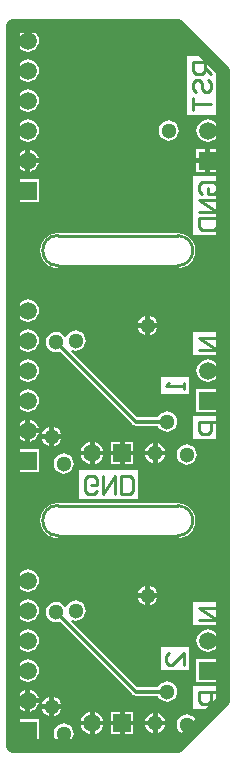
<source format=gbl>
%FSLAX25Y25*%
%MOIN*%
G70*
G01*
G75*
G04 Layer_Physical_Order=2*
G04 Layer_Color=16711680*
%ADD10R,0.02756X0.03543*%
%ADD11R,0.03543X0.03150*%
%ADD12R,0.05512X0.01772*%
%ADD13C,0.01181*%
%ADD14C,0.01500*%
%ADD15C,0.01000*%
%ADD16C,0.04724*%
%ADD17R,0.05906X0.05906*%
%ADD18C,0.05906*%
%ADD19R,0.05906X0.05906*%
%ADD20C,0.05118*%
G36*
X559751Y405249D02*
X559559Y404787D01*
X553215D01*
Y385218D01*
X562787D01*
Y401559D01*
X563249Y401751D01*
X565000Y400000D01*
Y365199D01*
X564787Y364787D01*
X564500Y364787D01*
X555215D01*
Y345218D01*
X564500D01*
X564787Y345218D01*
X565000Y344806D01*
Y344806D01*
Y313199D01*
X564787Y312787D01*
X564500Y312787D01*
X555215D01*
Y305214D01*
X564500D01*
X564787Y305214D01*
X565000Y304802D01*
D01*
Y285199D01*
X564787Y284787D01*
X564500Y284787D01*
X555215D01*
Y277214D01*
X564500D01*
X564787Y277214D01*
X565000Y276802D01*
D01*
Y223199D01*
X564787Y222787D01*
X564500Y222787D01*
X555215D01*
Y215214D01*
X564500D01*
X564787Y215214D01*
X565000Y214802D01*
D01*
Y195199D01*
X564787Y194787D01*
X555215D01*
Y187214D01*
X561561D01*
X561752Y186752D01*
X556800Y181800D01*
X556366Y182073D01*
X556260Y182874D01*
X555923Y183688D01*
X555387Y184387D01*
X554688Y184923D01*
X553874Y185260D01*
X553000Y185375D01*
X552126Y185260D01*
X551312Y184923D01*
X550613Y184387D01*
X550077Y183688D01*
X549740Y182874D01*
X549625Y182000D01*
X549740Y181126D01*
X550077Y180312D01*
X550613Y179613D01*
X551312Y179077D01*
X552126Y178740D01*
X552927Y178634D01*
X553200Y178200D01*
X550000Y175000D01*
X495000D01*
Y415000D01*
X550000D01*
X559751Y405249D01*
D02*
G37*
%LPC*%
G36*
X539213Y224213D02*
X536728D01*
X536740Y224126D01*
X537077Y223312D01*
X537613Y222613D01*
X538312Y222077D01*
X539126Y221740D01*
X539213Y221728D01*
Y224213D01*
D02*
G37*
G36*
X516000Y223375D02*
X515126Y223260D01*
X514312Y222923D01*
X513613Y222387D01*
X513077Y221688D01*
X512917Y221302D01*
X512681Y221247D01*
X512362Y221268D01*
X511887Y221887D01*
X511188Y222423D01*
X510374Y222760D01*
X509500Y222875D01*
X508626Y222760D01*
X507812Y222423D01*
X507113Y221887D01*
X506577Y221188D01*
X506240Y220374D01*
X506125Y219500D01*
X506240Y218626D01*
X506577Y217812D01*
X507113Y217113D01*
X507812Y216577D01*
X508626Y216240D01*
X509500Y216125D01*
X510374Y216240D01*
X510656Y216357D01*
X535007Y192007D01*
X535462Y191702D01*
X536000Y191595D01*
X543460D01*
X543577Y191312D01*
X544113Y190613D01*
X544812Y190077D01*
X545626Y189740D01*
X546500Y189625D01*
X547374Y189740D01*
X548188Y190077D01*
X548887Y190613D01*
X549423Y191312D01*
X549760Y192126D01*
X549875Y193000D01*
X549760Y193874D01*
X549423Y194688D01*
X548887Y195387D01*
X548188Y195923D01*
X547374Y196260D01*
X546500Y196375D01*
X545626Y196260D01*
X544812Y195923D01*
X544113Y195387D01*
X543577Y194688D01*
X543460Y194405D01*
X536582D01*
X514549Y216438D01*
X514833Y216861D01*
X515126Y216740D01*
X516000Y216625D01*
X516874Y216740D01*
X517688Y217077D01*
X518387Y217613D01*
X518923Y218312D01*
X519260Y219126D01*
X519375Y220000D01*
X519260Y220874D01*
X518923Y221688D01*
X518387Y222387D01*
X517688Y222923D01*
X516874Y223260D01*
X516000Y223375D01*
D02*
G37*
G36*
X543272Y224213D02*
X540787D01*
Y221728D01*
X540874Y221740D01*
X541688Y222077D01*
X542387Y222613D01*
X542923Y223312D01*
X543260Y224126D01*
X543272Y224213D01*
D02*
G37*
G36*
X539213Y228272D02*
X539126Y228260D01*
X538312Y227923D01*
X537613Y227387D01*
X537077Y226688D01*
X536740Y225874D01*
X536728Y225787D01*
X539213D01*
Y228272D01*
D02*
G37*
G36*
X500000Y223772D02*
X499024Y223644D01*
X498114Y223267D01*
X497332Y222668D01*
X496733Y221886D01*
X496356Y220976D01*
X496228Y220000D01*
X496356Y219024D01*
X496733Y218114D01*
X497332Y217333D01*
X498114Y216733D01*
X499024Y216356D01*
X500000Y216228D01*
X500976Y216356D01*
X501886Y216733D01*
X502668Y217333D01*
X503267Y218114D01*
X503644Y219024D01*
X503772Y220000D01*
X503644Y220976D01*
X503267Y221886D01*
X502668Y222668D01*
X501886Y223267D01*
X500976Y223644D01*
X500000Y223772D01*
D02*
G37*
G36*
X563740Y203740D02*
X556260D01*
Y196260D01*
X563740D01*
Y203740D01*
D02*
G37*
G36*
X500000Y203772D02*
X499024Y203644D01*
X498114Y203267D01*
X497332Y202667D01*
X496733Y201886D01*
X496356Y200976D01*
X496228Y200000D01*
X496356Y199024D01*
X496733Y198114D01*
X497332Y197333D01*
X498114Y196733D01*
X499024Y196356D01*
X500000Y196228D01*
X500976Y196356D01*
X501886Y196733D01*
X502668Y197333D01*
X503267Y198114D01*
X503644Y199024D01*
X503772Y200000D01*
X503644Y200976D01*
X503267Y201886D01*
X502668Y202667D01*
X501886Y203267D01*
X500976Y203644D01*
X500000Y203772D01*
D02*
G37*
G36*
X553787Y207787D02*
X544214D01*
Y200214D01*
X553787D01*
Y207787D01*
D02*
G37*
G36*
X560000Y213772D02*
X559024Y213644D01*
X558114Y213267D01*
X557333Y212667D01*
X556733Y211886D01*
X556356Y210976D01*
X556228Y210000D01*
X556356Y209024D01*
X556733Y208114D01*
X557333Y207332D01*
X558114Y206733D01*
X559024Y206356D01*
X560000Y206228D01*
X560976Y206356D01*
X561886Y206733D01*
X562668Y207332D01*
X563267Y208114D01*
X563644Y209024D01*
X563772Y210000D01*
X563644Y210976D01*
X563267Y211886D01*
X562668Y212667D01*
X561886Y213267D01*
X560976Y213644D01*
X560000Y213772D01*
D02*
G37*
G36*
X500000D02*
X499024Y213644D01*
X498114Y213267D01*
X497332Y212667D01*
X496733Y211886D01*
X496356Y210976D01*
X496228Y210000D01*
X496356Y209024D01*
X496733Y208114D01*
X497332Y207332D01*
X498114Y206733D01*
X499024Y206356D01*
X500000Y206228D01*
X500976Y206356D01*
X501886Y206733D01*
X502668Y207332D01*
X503267Y208114D01*
X503644Y209024D01*
X503772Y210000D01*
X503644Y210976D01*
X503267Y211886D01*
X502668Y212667D01*
X501886Y213267D01*
X500976Y213644D01*
X500000Y213772D01*
D02*
G37*
G36*
X540787Y228272D02*
Y225787D01*
X543272D01*
X543260Y225874D01*
X542923Y226688D01*
X542387Y227387D01*
X541688Y227923D01*
X540874Y228260D01*
X540787Y228272D01*
D02*
G37*
G36*
X530713Y271713D02*
X527760D01*
Y268760D01*
X530713D01*
Y271713D01*
D02*
G37*
G36*
X553000Y275375D02*
X552126Y275260D01*
X551312Y274923D01*
X550613Y274387D01*
X550077Y273688D01*
X549740Y272874D01*
X549625Y272000D01*
X549740Y271126D01*
X550077Y270312D01*
X550613Y269613D01*
X551312Y269077D01*
X552126Y268740D01*
X553000Y268625D01*
X553874Y268740D01*
X554688Y269077D01*
X555387Y269613D01*
X555923Y270312D01*
X556260Y271126D01*
X556375Y272000D01*
X556260Y272874D01*
X555923Y273688D01*
X555387Y274387D01*
X554688Y274923D01*
X553874Y275260D01*
X553000Y275375D01*
D02*
G37*
G36*
X535240Y271713D02*
X532287D01*
Y268760D01*
X535240D01*
Y271713D01*
D02*
G37*
G36*
X525169D02*
X522287D01*
Y268831D01*
X522476Y268856D01*
X523386Y269233D01*
X524167Y269832D01*
X524767Y270614D01*
X525144Y271524D01*
X525169Y271713D01*
D02*
G37*
G36*
X520713D02*
X517831D01*
X517856Y271524D01*
X518233Y270614D01*
X518832Y269832D01*
X519614Y269233D01*
X520524Y268856D01*
X520713Y268831D01*
Y271713D01*
D02*
G37*
G36*
X549999Y255846D02*
X510239Y255803D01*
X510208Y255819D01*
X510103Y255825D01*
X510000Y255846D01*
X509948Y255836D01*
X509895Y255839D01*
X508590Y255667D01*
X508491Y255633D01*
X508388Y255613D01*
X507171Y255109D01*
X507084Y255051D01*
X506990Y255004D01*
X505945Y254203D01*
X505876Y254124D01*
X505797Y254055D01*
X504996Y253010D01*
X504949Y252916D01*
X504891Y252829D01*
X504387Y251612D01*
X504366Y251509D01*
X504333Y251410D01*
X504161Y250105D01*
X504168Y250000D01*
X504161Y249895D01*
X504333Y248590D01*
X504366Y248491D01*
X504387Y248388D01*
X504891Y247171D01*
X504949Y247084D01*
X504996Y246990D01*
X505797Y245945D01*
X505876Y245876D01*
X505945Y245797D01*
X506990Y244996D01*
X507084Y244949D01*
X507171Y244891D01*
X508388Y244387D01*
X508491Y244367D01*
X508590Y244333D01*
X509895Y244161D01*
X509948Y244164D01*
X510001Y244154D01*
X549761Y244197D01*
X549792Y244181D01*
X549897Y244175D01*
X550000Y244154D01*
X550052Y244164D01*
X550105Y244161D01*
X551410Y244333D01*
X551510Y244367D01*
X551613Y244387D01*
X552829Y244891D01*
X552916Y244949D01*
X553010Y244996D01*
X554055Y245797D01*
X554124Y245876D01*
X554203Y245945D01*
X555004Y246990D01*
X555051Y247084D01*
X555109Y247171D01*
X555613Y248388D01*
X555633Y248491D01*
X555667Y248590D01*
X555839Y249895D01*
X555832Y250000D01*
X555839Y250105D01*
X555667Y251410D01*
X555633Y251509D01*
X555613Y251612D01*
X555109Y252829D01*
X555051Y252916D01*
X555004Y253010D01*
X554203Y254055D01*
X554124Y254124D01*
X554055Y254203D01*
X553010Y255004D01*
X552916Y255051D01*
X552829Y255109D01*
X551613Y255613D01*
X551510Y255633D01*
X551410Y255667D01*
X550105Y255839D01*
X550051Y255836D01*
X549999Y255846D01*
D02*
G37*
G36*
X500000Y233772D02*
X499024Y233644D01*
X498114Y233267D01*
X497332Y232667D01*
X496733Y231886D01*
X496356Y230976D01*
X496228Y230000D01*
X496356Y229024D01*
X496733Y228114D01*
X497332Y227332D01*
X498114Y226733D01*
X499024Y226356D01*
X500000Y226228D01*
X500976Y226356D01*
X501886Y226733D01*
X502668Y227332D01*
X503267Y228114D01*
X503644Y229024D01*
X503772Y230000D01*
X503644Y230976D01*
X503267Y231886D01*
X502668Y232667D01*
X501886Y233267D01*
X500976Y233644D01*
X500000Y233772D01*
D02*
G37*
G36*
X536782Y266787D02*
X517213D01*
Y257214D01*
X536782D01*
Y266787D01*
D02*
G37*
G36*
X503740Y273740D02*
X496260D01*
Y266260D01*
X503740D01*
Y273740D01*
D02*
G37*
G36*
X512000Y272375D02*
X511126Y272260D01*
X510312Y271923D01*
X509613Y271387D01*
X509077Y270688D01*
X508740Y269874D01*
X508625Y269000D01*
X508740Y268126D01*
X509077Y267312D01*
X509613Y266613D01*
X510312Y266077D01*
X511126Y265740D01*
X512000Y265625D01*
X512874Y265740D01*
X513688Y266077D01*
X514387Y266613D01*
X514923Y267312D01*
X515260Y268126D01*
X515375Y269000D01*
X515260Y269874D01*
X514923Y270688D01*
X514387Y271387D01*
X513688Y271923D01*
X512874Y272260D01*
X512000Y272375D01*
D02*
G37*
G36*
X500787Y193669D02*
Y190787D01*
X503669D01*
X503644Y190976D01*
X503267Y191886D01*
X502668Y192667D01*
X501886Y193267D01*
X500976Y193644D01*
X500787Y193669D01*
D02*
G37*
G36*
X541713Y181713D02*
X539228D01*
X539240Y181626D01*
X539577Y180812D01*
X540113Y180113D01*
X540812Y179577D01*
X541626Y179240D01*
X541713Y179228D01*
Y181713D01*
D02*
G37*
G36*
X525169D02*
X522287D01*
Y178831D01*
X522476Y178856D01*
X523386Y179233D01*
X524167Y179832D01*
X524767Y180614D01*
X525144Y181524D01*
X525169Y181713D01*
D02*
G37*
G36*
X545772D02*
X543287D01*
Y179228D01*
X543374Y179240D01*
X544188Y179577D01*
X544887Y180113D01*
X545423Y180812D01*
X545760Y181626D01*
X545772Y181713D01*
D02*
G37*
G36*
X522287Y186169D02*
Y183287D01*
X525169D01*
X525144Y183476D01*
X524767Y184386D01*
X524167Y185168D01*
X523386Y185767D01*
X522476Y186144D01*
X522287Y186169D01*
D02*
G37*
G36*
X520713D02*
X520524Y186144D01*
X519614Y185767D01*
X518832Y185168D01*
X518233Y184386D01*
X517856Y183476D01*
X517831Y183287D01*
X520713D01*
Y186169D01*
D02*
G37*
G36*
X503740Y183740D02*
X496260D01*
Y176260D01*
X503740D01*
Y183740D01*
D02*
G37*
G36*
X512000Y182375D02*
X511126Y182260D01*
X510312Y181923D01*
X509613Y181387D01*
X509077Y180688D01*
X508740Y179874D01*
X508625Y179000D01*
X508740Y178126D01*
X509077Y177312D01*
X509613Y176613D01*
X510312Y176077D01*
X511126Y175740D01*
X512000Y175625D01*
X512874Y175740D01*
X513688Y176077D01*
X514387Y176613D01*
X514923Y177312D01*
X515260Y178126D01*
X515375Y179000D01*
X515260Y179874D01*
X514923Y180688D01*
X514387Y181387D01*
X513688Y181923D01*
X512874Y182260D01*
X512000Y182375D01*
D02*
G37*
G36*
X530713Y181713D02*
X527760D01*
Y178760D01*
X530713D01*
Y181713D01*
D02*
G37*
G36*
X520713D02*
X517831D01*
X517856Y181524D01*
X518233Y180614D01*
X518832Y179832D01*
X519614Y179233D01*
X520524Y178856D01*
X520713Y178831D01*
Y181713D01*
D02*
G37*
G36*
X535240D02*
X532287D01*
Y178760D01*
X535240D01*
Y181713D01*
D02*
G37*
G36*
X530713Y186240D02*
X527760D01*
Y183287D01*
X530713D01*
Y186240D01*
D02*
G37*
G36*
X503669Y189213D02*
X500787D01*
Y186331D01*
X500976Y186356D01*
X501886Y186733D01*
X502668Y187332D01*
X503267Y188114D01*
X503644Y189024D01*
X503669Y189213D01*
D02*
G37*
G36*
X499213D02*
X496331D01*
X496356Y189024D01*
X496733Y188114D01*
X497332Y187332D01*
X498114Y186733D01*
X499024Y186356D01*
X499213Y186331D01*
Y189213D01*
D02*
G37*
G36*
X507213Y191272D02*
X507126Y191260D01*
X506312Y190923D01*
X505613Y190387D01*
X505077Y189688D01*
X504740Y188874D01*
X504728Y188787D01*
X507213D01*
Y191272D01*
D02*
G37*
G36*
X499213Y193669D02*
X499024Y193644D01*
X498114Y193267D01*
X497332Y192667D01*
X496733Y191886D01*
X496356Y190976D01*
X496331Y190787D01*
X499213D01*
Y193669D01*
D02*
G37*
G36*
X508787Y191272D02*
Y188787D01*
X511272D01*
X511260Y188874D01*
X510923Y189688D01*
X510387Y190387D01*
X509688Y190923D01*
X508874Y191260D01*
X508787Y191272D01*
D02*
G37*
G36*
X541713Y185772D02*
X541626Y185760D01*
X540812Y185423D01*
X540113Y184887D01*
X539577Y184188D01*
X539240Y183374D01*
X539228Y183287D01*
X541713D01*
Y185772D01*
D02*
G37*
G36*
X535240Y186240D02*
X532287D01*
Y183287D01*
X535240D01*
Y186240D01*
D02*
G37*
G36*
X543287Y185772D02*
Y183287D01*
X545772D01*
X545760Y183374D01*
X545423Y184188D01*
X544887Y184887D01*
X544188Y185423D01*
X543374Y185760D01*
X543287Y185772D01*
D02*
G37*
G36*
X511272Y187213D02*
X508787D01*
Y184728D01*
X508874Y184740D01*
X509688Y185077D01*
X510387Y185613D01*
X510923Y186312D01*
X511260Y187126D01*
X511272Y187213D01*
D02*
G37*
G36*
X507213D02*
X504728D01*
X504740Y187126D01*
X505077Y186312D01*
X505613Y185613D01*
X506312Y185077D01*
X507126Y184740D01*
X507213Y184728D01*
Y187213D01*
D02*
G37*
G36*
X503740Y363740D02*
X496260D01*
Y356260D01*
X503740D01*
Y363740D01*
D02*
G37*
G36*
X549999Y345846D02*
X510239Y345803D01*
X510208Y345819D01*
X510103Y345826D01*
X510000Y345846D01*
X509948Y345836D01*
X509895Y345839D01*
X508590Y345667D01*
X508491Y345634D01*
X508388Y345613D01*
X507171Y345109D01*
X507084Y345051D01*
X506990Y345004D01*
X505945Y344203D01*
X505876Y344124D01*
X505797Y344055D01*
X504996Y343010D01*
X504949Y342916D01*
X504891Y342829D01*
X504387Y341613D01*
X504366Y341510D01*
X504333Y341410D01*
X504161Y340105D01*
X504168Y340000D01*
X504161Y339895D01*
X504333Y338590D01*
X504366Y338491D01*
X504387Y338387D01*
X504891Y337171D01*
X504949Y337084D01*
X504996Y336990D01*
X505797Y335945D01*
X505876Y335876D01*
X505945Y335797D01*
X506990Y334996D01*
X507084Y334949D01*
X507171Y334891D01*
X508388Y334387D01*
X508491Y334366D01*
X508590Y334333D01*
X509895Y334161D01*
X509948Y334164D01*
X510001Y334154D01*
X549761Y334197D01*
X549792Y334181D01*
X549897Y334174D01*
X550000Y334154D01*
X550052Y334164D01*
X550105Y334161D01*
X551410Y334333D01*
X551510Y334366D01*
X551613Y334387D01*
X552829Y334891D01*
X552916Y334949D01*
X553010Y334996D01*
X554055Y335797D01*
X554124Y335876D01*
X554203Y335945D01*
X555004Y336990D01*
X555051Y337084D01*
X555109Y337171D01*
X555613Y338387D01*
X555633Y338491D01*
X555667Y338590D01*
X555839Y339895D01*
X555832Y340000D01*
X555839Y340105D01*
X555667Y341410D01*
X555633Y341510D01*
X555613Y341613D01*
X555109Y342829D01*
X555051Y342916D01*
X555004Y343010D01*
X554203Y344055D01*
X554124Y344124D01*
X554055Y344203D01*
X553010Y345004D01*
X552916Y345051D01*
X552829Y345109D01*
X551613Y345613D01*
X551510Y345634D01*
X551410Y345667D01*
X550105Y345839D01*
X550051Y345836D01*
X549999Y345846D01*
D02*
G37*
G36*
X559213Y369213D02*
X556260D01*
Y366260D01*
X559213D01*
Y369213D01*
D02*
G37*
G36*
X499213D02*
X496331D01*
X496356Y369024D01*
X496733Y368114D01*
X497332Y367333D01*
X498114Y366733D01*
X499024Y366356D01*
X499213Y366331D01*
Y369213D01*
D02*
G37*
G36*
X563740D02*
X560787D01*
Y366260D01*
X563740D01*
Y369213D01*
D02*
G37*
G36*
X500000Y323772D02*
X499024Y323644D01*
X498114Y323267D01*
X497332Y322668D01*
X496733Y321886D01*
X496356Y320976D01*
X496228Y320000D01*
X496356Y319024D01*
X496733Y318114D01*
X497332Y317333D01*
X498114Y316733D01*
X499024Y316356D01*
X500000Y316228D01*
X500976Y316356D01*
X501886Y316733D01*
X502668Y317333D01*
X503267Y318114D01*
X503644Y319024D01*
X503772Y320000D01*
X503644Y320976D01*
X503267Y321886D01*
X502668Y322668D01*
X501886Y323267D01*
X500976Y323644D01*
X500000Y323772D01*
D02*
G37*
G36*
X539213Y314213D02*
X536728D01*
X536740Y314126D01*
X537077Y313312D01*
X537613Y312613D01*
X538312Y312077D01*
X539126Y311740D01*
X539213Y311728D01*
Y314213D01*
D02*
G37*
G36*
X516000Y313375D02*
X515126Y313260D01*
X514312Y312923D01*
X513613Y312387D01*
X513077Y311688D01*
X512917Y311302D01*
X512681Y311247D01*
X512362Y311268D01*
X511887Y311887D01*
X511188Y312423D01*
X510374Y312760D01*
X509500Y312875D01*
X508626Y312760D01*
X507812Y312423D01*
X507113Y311887D01*
X506577Y311188D01*
X506240Y310374D01*
X506125Y309500D01*
X506240Y308626D01*
X506577Y307812D01*
X507113Y307113D01*
X507812Y306577D01*
X508626Y306240D01*
X509500Y306125D01*
X510374Y306240D01*
X510656Y306357D01*
X535007Y282007D01*
X535462Y281702D01*
X536000Y281595D01*
X543460D01*
X543577Y281312D01*
X544113Y280613D01*
X544812Y280077D01*
X545626Y279740D01*
X546500Y279625D01*
X547374Y279740D01*
X548188Y280077D01*
X548887Y280613D01*
X549423Y281312D01*
X549760Y282126D01*
X549875Y283000D01*
X549760Y283874D01*
X549423Y284688D01*
X548887Y285387D01*
X548188Y285923D01*
X547374Y286260D01*
X546500Y286375D01*
X545626Y286260D01*
X544812Y285923D01*
X544113Y285387D01*
X543577Y284688D01*
X543460Y284405D01*
X536582D01*
X514549Y306437D01*
X514833Y306861D01*
X515126Y306740D01*
X516000Y306625D01*
X516874Y306740D01*
X517688Y307077D01*
X518387Y307613D01*
X518923Y308312D01*
X519260Y309126D01*
X519375Y310000D01*
X519260Y310874D01*
X518923Y311688D01*
X518387Y312387D01*
X517688Y312923D01*
X516874Y313260D01*
X516000Y313375D01*
D02*
G37*
G36*
X543272Y314213D02*
X540787D01*
Y311728D01*
X540874Y311740D01*
X541688Y312077D01*
X542387Y312613D01*
X542923Y313312D01*
X543260Y314126D01*
X543272Y314213D01*
D02*
G37*
G36*
X540787Y318272D02*
Y315787D01*
X543272D01*
X543260Y315874D01*
X542923Y316688D01*
X542387Y317387D01*
X541688Y317923D01*
X540874Y318260D01*
X540787Y318272D01*
D02*
G37*
G36*
X539213D02*
X539126Y318260D01*
X538312Y317923D01*
X537613Y317387D01*
X537077Y316688D01*
X536740Y315874D01*
X536728Y315787D01*
X539213D01*
Y318272D01*
D02*
G37*
G36*
X547000Y383375D02*
X546126Y383260D01*
X545312Y382923D01*
X544613Y382387D01*
X544077Y381688D01*
X543740Y380874D01*
X543625Y380000D01*
X543740Y379126D01*
X544077Y378312D01*
X544613Y377613D01*
X545312Y377077D01*
X546126Y376740D01*
X547000Y376625D01*
X547874Y376740D01*
X548688Y377077D01*
X549387Y377613D01*
X549923Y378312D01*
X550260Y379126D01*
X550375Y380000D01*
X550260Y380874D01*
X549923Y381688D01*
X549387Y382387D01*
X548688Y382923D01*
X547874Y383260D01*
X547000Y383375D01*
D02*
G37*
G36*
X560000Y383772D02*
X559024Y383644D01*
X558114Y383267D01*
X557333Y382667D01*
X556733Y381886D01*
X556356Y380976D01*
X556228Y380000D01*
X556356Y379024D01*
X556733Y378114D01*
X557333Y377332D01*
X558114Y376733D01*
X559024Y376356D01*
X560000Y376228D01*
X560976Y376356D01*
X561886Y376733D01*
X562668Y377332D01*
X563267Y378114D01*
X563644Y379024D01*
X563772Y380000D01*
X563644Y380976D01*
X563267Y381886D01*
X562668Y382667D01*
X561886Y383267D01*
X560976Y383644D01*
X560000Y383772D01*
D02*
G37*
G36*
X500000Y393772D02*
X499024Y393644D01*
X498114Y393267D01*
X497332Y392668D01*
X496733Y391886D01*
X496356Y390976D01*
X496228Y390000D01*
X496356Y389024D01*
X496733Y388114D01*
X497332Y387333D01*
X498114Y386733D01*
X499024Y386356D01*
X500000Y386228D01*
X500976Y386356D01*
X501886Y386733D01*
X502668Y387333D01*
X503267Y388114D01*
X503644Y389024D01*
X503772Y390000D01*
X503644Y390976D01*
X503267Y391886D01*
X502668Y392668D01*
X501886Y393267D01*
X500976Y393644D01*
X500000Y393772D01*
D02*
G37*
G36*
Y413772D02*
X499024Y413644D01*
X498114Y413267D01*
X497332Y412668D01*
X496733Y411886D01*
X496356Y410976D01*
X496228Y410000D01*
X496356Y409024D01*
X496733Y408114D01*
X497332Y407333D01*
X498114Y406733D01*
X499024Y406356D01*
X500000Y406228D01*
X500976Y406356D01*
X501886Y406733D01*
X502668Y407333D01*
X503267Y408114D01*
X503644Y409024D01*
X503772Y410000D01*
X503644Y410976D01*
X503267Y411886D01*
X502668Y412668D01*
X501886Y413267D01*
X500976Y413644D01*
X500000Y413772D01*
D02*
G37*
G36*
Y403772D02*
X499024Y403644D01*
X498114Y403267D01*
X497332Y402668D01*
X496733Y401886D01*
X496356Y400976D01*
X496228Y400000D01*
X496356Y399024D01*
X496733Y398114D01*
X497332Y397333D01*
X498114Y396733D01*
X499024Y396356D01*
X500000Y396228D01*
X500976Y396356D01*
X501886Y396733D01*
X502668Y397333D01*
X503267Y398114D01*
X503644Y399024D01*
X503772Y400000D01*
X503644Y400976D01*
X503267Y401886D01*
X502668Y402668D01*
X501886Y403267D01*
X500976Y403644D01*
X500000Y403772D01*
D02*
G37*
G36*
Y383772D02*
X499024Y383644D01*
X498114Y383267D01*
X497332Y382667D01*
X496733Y381886D01*
X496356Y380976D01*
X496228Y380000D01*
X496356Y379024D01*
X496733Y378114D01*
X497332Y377332D01*
X498114Y376733D01*
X499024Y376356D01*
X500000Y376228D01*
X500976Y376356D01*
X501886Y376733D01*
X502668Y377332D01*
X503267Y378114D01*
X503644Y379024D01*
X503772Y380000D01*
X503644Y380976D01*
X503267Y381886D01*
X502668Y382667D01*
X501886Y383267D01*
X500976Y383644D01*
X500000Y383772D01*
D02*
G37*
G36*
X499213Y373669D02*
X499024Y373644D01*
X498114Y373267D01*
X497332Y372668D01*
X496733Y371886D01*
X496356Y370976D01*
X496331Y370787D01*
X499213D01*
Y373669D01*
D02*
G37*
G36*
X503669Y369213D02*
X500787D01*
Y366331D01*
X500976Y366356D01*
X501886Y366733D01*
X502668Y367333D01*
X503267Y368114D01*
X503644Y369024D01*
X503669Y369213D01*
D02*
G37*
G36*
X500787Y373669D02*
Y370787D01*
X503669D01*
X503644Y370976D01*
X503267Y371886D01*
X502668Y372668D01*
X501886Y373267D01*
X500976Y373644D01*
X500787Y373669D01*
D02*
G37*
G36*
X563740Y373740D02*
X560787D01*
Y370787D01*
X563740D01*
Y373740D01*
D02*
G37*
G36*
X559213D02*
X556260D01*
Y370787D01*
X559213D01*
Y373740D01*
D02*
G37*
G36*
X543287Y275772D02*
Y273287D01*
X545772D01*
X545760Y273374D01*
X545423Y274188D01*
X544887Y274887D01*
X544188Y275423D01*
X543374Y275760D01*
X543287Y275772D01*
D02*
G37*
G36*
X541713D02*
X541626Y275760D01*
X540812Y275423D01*
X540113Y274887D01*
X539577Y274188D01*
X539240Y273374D01*
X539228Y273287D01*
X541713D01*
Y275772D01*
D02*
G37*
G36*
X507213Y277213D02*
X504728D01*
X504740Y277126D01*
X505077Y276312D01*
X505613Y275613D01*
X506312Y275077D01*
X507126Y274740D01*
X507213Y274728D01*
Y277213D01*
D02*
G37*
G36*
X499213Y279213D02*
X496331D01*
X496356Y279024D01*
X496733Y278114D01*
X497332Y277332D01*
X498114Y276733D01*
X499024Y276356D01*
X499213Y276331D01*
Y279213D01*
D02*
G37*
G36*
X511272Y277213D02*
X508787D01*
Y274728D01*
X508874Y274740D01*
X509688Y275077D01*
X510387Y275613D01*
X510923Y276312D01*
X511260Y277126D01*
X511272Y277213D01*
D02*
G37*
G36*
X535240Y276240D02*
X532287D01*
Y273287D01*
X535240D01*
Y276240D01*
D02*
G37*
G36*
X545772Y271713D02*
X543287D01*
Y269228D01*
X543374Y269240D01*
X544188Y269577D01*
X544887Y270113D01*
X545423Y270812D01*
X545760Y271626D01*
X545772Y271713D01*
D02*
G37*
G36*
X541713D02*
X539228D01*
X539240Y271626D01*
X539577Y270812D01*
X540113Y270113D01*
X540812Y269577D01*
X541626Y269240D01*
X541713Y269228D01*
Y271713D01*
D02*
G37*
G36*
X520713Y276169D02*
X520524Y276144D01*
X519614Y275767D01*
X518832Y275167D01*
X518233Y274386D01*
X517856Y273476D01*
X517831Y273287D01*
X520713D01*
Y276169D01*
D02*
G37*
G36*
X530713Y276240D02*
X527760D01*
Y273287D01*
X530713D01*
Y276240D01*
D02*
G37*
G36*
X522287Y276169D02*
Y273287D01*
X525169D01*
X525144Y273476D01*
X524767Y274386D01*
X524167Y275167D01*
X523386Y275767D01*
X522476Y276144D01*
X522287Y276169D01*
D02*
G37*
G36*
X553787Y297787D02*
X544214D01*
Y292213D01*
X553787D01*
Y297787D01*
D02*
G37*
G36*
X563740Y293740D02*
X556260D01*
Y286260D01*
X563740D01*
Y293740D01*
D02*
G37*
G36*
X500000Y303772D02*
X499024Y303644D01*
X498114Y303267D01*
X497332Y302667D01*
X496733Y301886D01*
X496356Y300976D01*
X496228Y300000D01*
X496356Y299024D01*
X496733Y298114D01*
X497332Y297333D01*
X498114Y296733D01*
X499024Y296356D01*
X500000Y296228D01*
X500976Y296356D01*
X501886Y296733D01*
X502668Y297333D01*
X503267Y298114D01*
X503644Y299024D01*
X503772Y300000D01*
X503644Y300976D01*
X503267Y301886D01*
X502668Y302667D01*
X501886Y303267D01*
X500976Y303644D01*
X500000Y303772D01*
D02*
G37*
G36*
Y313772D02*
X499024Y313644D01*
X498114Y313267D01*
X497332Y312667D01*
X496733Y311886D01*
X496356Y310976D01*
X496228Y310000D01*
X496356Y309024D01*
X496733Y308114D01*
X497332Y307332D01*
X498114Y306733D01*
X499024Y306356D01*
X500000Y306228D01*
X500976Y306356D01*
X501886Y306733D01*
X502668Y307332D01*
X503267Y308114D01*
X503644Y309024D01*
X503772Y310000D01*
X503644Y310976D01*
X503267Y311886D01*
X502668Y312667D01*
X501886Y313267D01*
X500976Y313644D01*
X500000Y313772D01*
D02*
G37*
G36*
X560000Y303772D02*
X559024Y303644D01*
X558114Y303267D01*
X557333Y302667D01*
X556733Y301886D01*
X556356Y300976D01*
X556228Y300000D01*
X556356Y299024D01*
X556733Y298114D01*
X557333Y297333D01*
X558114Y296733D01*
X559024Y296356D01*
X560000Y296228D01*
X560976Y296356D01*
X561886Y296733D01*
X562668Y297333D01*
X563267Y298114D01*
X563644Y299024D01*
X563772Y300000D01*
X563644Y300976D01*
X563267Y301886D01*
X562668Y302667D01*
X561886Y303267D01*
X560976Y303644D01*
X560000Y303772D01*
D02*
G37*
G36*
X500000Y293772D02*
X499024Y293644D01*
X498114Y293267D01*
X497332Y292668D01*
X496733Y291886D01*
X496356Y290976D01*
X496228Y290000D01*
X496356Y289024D01*
X496733Y288114D01*
X497332Y287333D01*
X498114Y286733D01*
X499024Y286356D01*
X500000Y286228D01*
X500976Y286356D01*
X501886Y286733D01*
X502668Y287333D01*
X503267Y288114D01*
X503644Y289024D01*
X503772Y290000D01*
X503644Y290976D01*
X503267Y291886D01*
X502668Y292668D01*
X501886Y293267D01*
X500976Y293644D01*
X500000Y293772D01*
D02*
G37*
G36*
X507213Y281272D02*
X507126Y281260D01*
X506312Y280923D01*
X505613Y280387D01*
X505077Y279688D01*
X504740Y278874D01*
X504728Y278787D01*
X507213D01*
Y281272D01*
D02*
G37*
G36*
X503669Y279213D02*
X500787D01*
Y276331D01*
X500976Y276356D01*
X501886Y276733D01*
X502668Y277332D01*
X503267Y278114D01*
X503644Y279024D01*
X503669Y279213D01*
D02*
G37*
G36*
X508787Y281272D02*
Y278787D01*
X511272D01*
X511260Y278874D01*
X510923Y279688D01*
X510387Y280387D01*
X509688Y280923D01*
X508874Y281260D01*
X508787Y281272D01*
D02*
G37*
G36*
X500787Y283669D02*
Y280787D01*
X503669D01*
X503644Y280976D01*
X503267Y281886D01*
X502668Y282667D01*
X501886Y283267D01*
X500976Y283644D01*
X500787Y283669D01*
D02*
G37*
G36*
X499213D02*
X499024Y283644D01*
X498114Y283267D01*
X497332Y282667D01*
X496733Y281886D01*
X496356Y280976D01*
X496331Y280787D01*
X499213D01*
Y283669D01*
D02*
G37*
%LPD*%
D13*
X516000Y183000D02*
Y188000D01*
Y183000D02*
X516500Y182500D01*
X508000Y188000D02*
X516000D01*
X553000D02*
Y197000D01*
X543624Y199000D02*
X551000D01*
X553000Y197000D01*
X542500Y182500D02*
X547500D01*
X553000Y188000D01*
X540000Y225000D02*
X543624D01*
Y199000D02*
Y225000D01*
X536000Y193000D02*
X546500D01*
X509500Y219500D02*
X536000Y193000D01*
X511000Y178000D02*
X512000Y179000D01*
X511000Y268000D02*
X512000Y269000D01*
X516000Y273000D02*
Y278000D01*
Y273000D02*
X516500Y272500D01*
X508000Y278000D02*
X516000D01*
X551000Y289000D02*
X553000Y287000D01*
Y278000D02*
Y287000D01*
X543624Y289000D02*
Y315000D01*
Y289000D02*
X551000D01*
X542500Y272500D02*
X547500D01*
X553000Y278000D01*
X540000Y315000D02*
X543624D01*
X536000Y283000D02*
X546500D01*
X509500Y309500D02*
X536000Y283000D01*
D15*
X552000Y202001D02*
Y206000D01*
X548001Y202001D01*
X547002D01*
X546002Y203001D01*
Y205000D01*
X547002Y206000D01*
X552000Y296000D02*
Y294001D01*
Y295000D01*
X546002D01*
X547002Y296000D01*
X522999Y260002D02*
X521999Y259002D01*
X520000D01*
X519000Y260002D01*
Y264000D01*
X520000Y265000D01*
X521999D01*
X522999Y264000D01*
Y262001D01*
X520999D01*
X524998Y265000D02*
Y259002D01*
X528997Y265000D01*
Y259002D01*
X530996D02*
Y265000D01*
X533995D01*
X534995Y264000D01*
Y260002D01*
X533995Y259002D01*
X530996D01*
X563000Y221000D02*
X557002D01*
X563000Y217001D01*
X557002D01*
X563000Y193000D02*
X557002D01*
Y190001D01*
X558002Y189001D01*
X560001D01*
X561001Y190001D01*
Y193000D01*
X563000Y311000D02*
X557002D01*
X563000Y307001D01*
X557002D01*
X563000Y283000D02*
X557002D01*
Y280001D01*
X558002Y279001D01*
X560001D01*
X561001Y280001D01*
Y283000D01*
X558002Y359001D02*
X557002Y360001D01*
Y362000D01*
X558002Y363000D01*
X562000D01*
X563000Y362000D01*
Y360001D01*
X562000Y359001D01*
X560001D01*
Y361001D01*
X563000Y357002D02*
X557002D01*
X563000Y353003D01*
X557002D01*
Y351004D02*
X563000D01*
Y348005D01*
X562000Y347005D01*
X558002D01*
X557002Y348005D01*
Y351004D01*
X561000Y403000D02*
X555002D01*
Y400001D01*
X556002Y399001D01*
X558001D01*
X559001Y400001D01*
Y403000D01*
Y401001D02*
X561000Y399001D01*
X556002Y393003D02*
X555002Y394003D01*
Y396002D01*
X556002Y397002D01*
X557001D01*
X558001Y396002D01*
Y394003D01*
X559001Y393003D01*
X560000D01*
X561000Y394003D01*
Y396002D01*
X560000Y397002D01*
X555002Y391004D02*
Y387005D01*
Y389004D01*
X561000D01*
X510000Y255000D02*
G03*
X510000Y245000I0J-5000D01*
G01*
X550000D02*
G03*
X550000Y255000I0J5000D01*
G01*
Y335000D02*
G03*
X550000Y345000I0J5000D01*
G01*
X510000D02*
G03*
X510000Y335000I0J-5000D01*
G01*
Y255000D02*
X550000D01*
X510000Y245000D02*
X550000D01*
X510000Y335000D02*
X550000D01*
X510000Y345000D02*
X550000D01*
D16*
X495000Y175000D02*
Y415000D01*
Y175000D02*
X550000D01*
X565000Y190000D01*
Y400000D01*
X550000Y415000D02*
X565000Y400000D01*
X495000Y415000D02*
X550000D01*
D17*
X560000Y200000D02*
D03*
X500000Y180000D02*
D03*
X560000Y290000D02*
D03*
X500000Y270000D02*
D03*
X560000Y370000D02*
D03*
X500000Y360000D02*
D03*
D18*
X560000Y210000D02*
D03*
X500000Y190000D02*
D03*
Y200000D02*
D03*
Y210000D02*
D03*
Y220000D02*
D03*
Y230000D02*
D03*
X521500Y182500D02*
D03*
X560000Y300000D02*
D03*
X500000Y280000D02*
D03*
Y290000D02*
D03*
Y300000D02*
D03*
Y310000D02*
D03*
Y320000D02*
D03*
X521500Y272500D02*
D03*
X560000Y380000D02*
D03*
X500000Y370000D02*
D03*
Y380000D02*
D03*
Y390000D02*
D03*
Y400000D02*
D03*
Y410000D02*
D03*
D19*
X531500Y182500D02*
D03*
Y272500D02*
D03*
D20*
X508000Y188000D02*
D03*
X542500Y182500D02*
D03*
X540000Y225000D02*
D03*
X546500Y193000D02*
D03*
X509500Y219500D02*
D03*
X516000Y220000D02*
D03*
X512000Y179000D02*
D03*
X553000Y182000D02*
D03*
Y272000D02*
D03*
X512000Y269000D02*
D03*
X547000Y380000D02*
D03*
X516000Y310000D02*
D03*
X508000Y278000D02*
D03*
X542500Y272500D02*
D03*
X540000Y315000D02*
D03*
X546500Y283000D02*
D03*
X509500Y309500D02*
D03*
M02*

</source>
